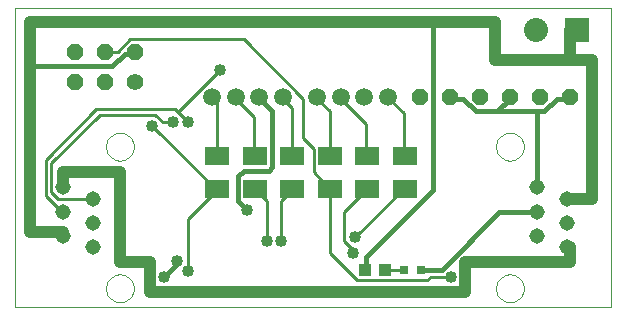
<source format=gtl>
G75*
G70*
%OFA0B0*%
%FSLAX24Y24*%
%IPPOS*%
%LPD*%
%AMOC8*
5,1,8,0,0,1.08239X$1,22.5*
%
%ADD10C,0.0000*%
%ADD11OC8,0.0520*%
%ADD12C,0.0560*%
%ADD13OC8,0.0560*%
%ADD14R,0.0800X0.0800*%
%ADD15C,0.0800*%
%ADD16C,0.0515*%
%ADD17C,0.0594*%
%ADD18R,0.0787X0.0630*%
%ADD19R,0.0433X0.0394*%
%ADD20R,0.0315X0.0315*%
%ADD21C,0.0160*%
%ADD22C,0.0400*%
%ADD23C,0.0100*%
%ADD24C,0.0400*%
D10*
X000344Y002903D02*
X000344Y012899D01*
X020214Y012899D01*
X020214Y002903D01*
X000344Y002903D01*
X003379Y003541D02*
X003381Y003584D01*
X003387Y003626D01*
X003397Y003668D01*
X003410Y003709D01*
X003428Y003748D01*
X003449Y003786D01*
X003473Y003821D01*
X003500Y003854D01*
X003531Y003885D01*
X003564Y003912D01*
X003599Y003936D01*
X003637Y003957D01*
X003676Y003975D01*
X003717Y003988D01*
X003759Y003998D01*
X003801Y004004D01*
X003844Y004006D01*
X003887Y004004D01*
X003929Y003998D01*
X003971Y003988D01*
X004012Y003975D01*
X004051Y003957D01*
X004089Y003936D01*
X004124Y003912D01*
X004157Y003885D01*
X004188Y003854D01*
X004215Y003821D01*
X004239Y003786D01*
X004260Y003748D01*
X004278Y003709D01*
X004291Y003668D01*
X004301Y003626D01*
X004307Y003584D01*
X004309Y003541D01*
X004307Y003498D01*
X004301Y003456D01*
X004291Y003414D01*
X004278Y003373D01*
X004260Y003334D01*
X004239Y003296D01*
X004215Y003261D01*
X004188Y003228D01*
X004157Y003197D01*
X004124Y003170D01*
X004089Y003146D01*
X004051Y003125D01*
X004012Y003107D01*
X003971Y003094D01*
X003929Y003084D01*
X003887Y003078D01*
X003844Y003076D01*
X003801Y003078D01*
X003759Y003084D01*
X003717Y003094D01*
X003676Y003107D01*
X003637Y003125D01*
X003599Y003146D01*
X003564Y003170D01*
X003531Y003197D01*
X003500Y003228D01*
X003473Y003261D01*
X003449Y003296D01*
X003428Y003334D01*
X003410Y003373D01*
X003397Y003414D01*
X003387Y003456D01*
X003381Y003498D01*
X003379Y003541D01*
X003379Y008265D02*
X003381Y008308D01*
X003387Y008350D01*
X003397Y008392D01*
X003410Y008433D01*
X003428Y008472D01*
X003449Y008510D01*
X003473Y008545D01*
X003500Y008578D01*
X003531Y008609D01*
X003564Y008636D01*
X003599Y008660D01*
X003637Y008681D01*
X003676Y008699D01*
X003717Y008712D01*
X003759Y008722D01*
X003801Y008728D01*
X003844Y008730D01*
X003887Y008728D01*
X003929Y008722D01*
X003971Y008712D01*
X004012Y008699D01*
X004051Y008681D01*
X004089Y008660D01*
X004124Y008636D01*
X004157Y008609D01*
X004188Y008578D01*
X004215Y008545D01*
X004239Y008510D01*
X004260Y008472D01*
X004278Y008433D01*
X004291Y008392D01*
X004301Y008350D01*
X004307Y008308D01*
X004309Y008265D01*
X004307Y008222D01*
X004301Y008180D01*
X004291Y008138D01*
X004278Y008097D01*
X004260Y008058D01*
X004239Y008020D01*
X004215Y007985D01*
X004188Y007952D01*
X004157Y007921D01*
X004124Y007894D01*
X004089Y007870D01*
X004051Y007849D01*
X004012Y007831D01*
X003971Y007818D01*
X003929Y007808D01*
X003887Y007802D01*
X003844Y007800D01*
X003801Y007802D01*
X003759Y007808D01*
X003717Y007818D01*
X003676Y007831D01*
X003637Y007849D01*
X003599Y007870D01*
X003564Y007894D01*
X003531Y007921D01*
X003500Y007952D01*
X003473Y007985D01*
X003449Y008020D01*
X003428Y008058D01*
X003410Y008097D01*
X003397Y008138D01*
X003387Y008180D01*
X003381Y008222D01*
X003379Y008265D01*
X016379Y008265D02*
X016381Y008308D01*
X016387Y008350D01*
X016397Y008392D01*
X016410Y008433D01*
X016428Y008472D01*
X016449Y008510D01*
X016473Y008545D01*
X016500Y008578D01*
X016531Y008609D01*
X016564Y008636D01*
X016599Y008660D01*
X016637Y008681D01*
X016676Y008699D01*
X016717Y008712D01*
X016759Y008722D01*
X016801Y008728D01*
X016844Y008730D01*
X016887Y008728D01*
X016929Y008722D01*
X016971Y008712D01*
X017012Y008699D01*
X017051Y008681D01*
X017089Y008660D01*
X017124Y008636D01*
X017157Y008609D01*
X017188Y008578D01*
X017215Y008545D01*
X017239Y008510D01*
X017260Y008472D01*
X017278Y008433D01*
X017291Y008392D01*
X017301Y008350D01*
X017307Y008308D01*
X017309Y008265D01*
X017307Y008222D01*
X017301Y008180D01*
X017291Y008138D01*
X017278Y008097D01*
X017260Y008058D01*
X017239Y008020D01*
X017215Y007985D01*
X017188Y007952D01*
X017157Y007921D01*
X017124Y007894D01*
X017089Y007870D01*
X017051Y007849D01*
X017012Y007831D01*
X016971Y007818D01*
X016929Y007808D01*
X016887Y007802D01*
X016844Y007800D01*
X016801Y007802D01*
X016759Y007808D01*
X016717Y007818D01*
X016676Y007831D01*
X016637Y007849D01*
X016599Y007870D01*
X016564Y007894D01*
X016531Y007921D01*
X016500Y007952D01*
X016473Y007985D01*
X016449Y008020D01*
X016428Y008058D01*
X016410Y008097D01*
X016397Y008138D01*
X016387Y008180D01*
X016381Y008222D01*
X016379Y008265D01*
X016379Y003541D02*
X016381Y003584D01*
X016387Y003626D01*
X016397Y003668D01*
X016410Y003709D01*
X016428Y003748D01*
X016449Y003786D01*
X016473Y003821D01*
X016500Y003854D01*
X016531Y003885D01*
X016564Y003912D01*
X016599Y003936D01*
X016637Y003957D01*
X016676Y003975D01*
X016717Y003988D01*
X016759Y003998D01*
X016801Y004004D01*
X016844Y004006D01*
X016887Y004004D01*
X016929Y003998D01*
X016971Y003988D01*
X017012Y003975D01*
X017051Y003957D01*
X017089Y003936D01*
X017124Y003912D01*
X017157Y003885D01*
X017188Y003854D01*
X017215Y003821D01*
X017239Y003786D01*
X017260Y003748D01*
X017278Y003709D01*
X017291Y003668D01*
X017301Y003626D01*
X017307Y003584D01*
X017309Y003541D01*
X017307Y003498D01*
X017301Y003456D01*
X017291Y003414D01*
X017278Y003373D01*
X017260Y003334D01*
X017239Y003296D01*
X017215Y003261D01*
X017188Y003228D01*
X017157Y003197D01*
X017124Y003170D01*
X017089Y003146D01*
X017051Y003125D01*
X017012Y003107D01*
X016971Y003094D01*
X016929Y003084D01*
X016887Y003078D01*
X016844Y003076D01*
X016801Y003078D01*
X016759Y003084D01*
X016717Y003094D01*
X016676Y003107D01*
X016637Y003125D01*
X016599Y003146D01*
X016564Y003170D01*
X016531Y003197D01*
X016500Y003228D01*
X016473Y003261D01*
X016449Y003296D01*
X016428Y003334D01*
X016410Y003373D01*
X016397Y003414D01*
X016387Y003456D01*
X016381Y003498D01*
X016379Y003541D01*
D11*
X016844Y009903D03*
X017844Y009903D03*
X018844Y009903D03*
X015844Y009903D03*
X014844Y009903D03*
X013844Y009903D03*
D12*
X004344Y010403D03*
D13*
X003344Y010403D03*
X002344Y010403D03*
X002344Y011403D03*
X003344Y011403D03*
X004344Y011403D03*
D14*
X019094Y012153D03*
D15*
X017716Y012153D03*
D16*
X017750Y006903D03*
X017750Y006100D03*
X018750Y005706D03*
X018750Y004903D03*
X017750Y005297D03*
X018750Y006509D03*
X002939Y006509D03*
X001939Y006903D03*
X001939Y006100D03*
X002939Y005706D03*
X002939Y004903D03*
X001939Y005297D03*
D17*
X006913Y009903D03*
X007700Y009903D03*
X008488Y009903D03*
X009275Y009903D03*
X010413Y009903D03*
X011200Y009903D03*
X011988Y009903D03*
X012775Y009903D03*
D18*
X013344Y007954D03*
X012094Y007954D03*
X010844Y007954D03*
X009594Y007954D03*
X008344Y007954D03*
X007094Y007954D03*
X007094Y006852D03*
X008344Y006852D03*
X009594Y006852D03*
X010844Y006852D03*
X012094Y006852D03*
X013344Y006852D03*
D19*
X012679Y004153D03*
X012009Y004153D03*
D20*
X013299Y004153D03*
X013889Y004153D03*
D21*
X013904Y004163D01*
X014564Y004163D01*
X016484Y006083D01*
X017744Y006083D01*
X017750Y006100D01*
X017750Y006903D02*
X017744Y006923D01*
X017744Y009443D01*
X017984Y009443D01*
X018404Y009863D01*
X018824Y009863D01*
X018844Y009903D01*
X017744Y009443D02*
X016424Y009443D01*
X016844Y009863D01*
X016844Y009903D01*
X016424Y009443D02*
X015704Y009443D01*
X015284Y009863D01*
X014864Y009863D01*
X014844Y009903D01*
X014264Y012403D02*
X014264Y006803D01*
X012044Y004583D01*
X012044Y004163D01*
X012009Y004153D01*
X008084Y006143D02*
X007784Y006443D01*
X007784Y007283D01*
X007964Y007463D01*
X008804Y007463D01*
X008924Y007583D01*
X008924Y009443D01*
X008504Y009863D01*
X008488Y009903D01*
X004344Y011403D02*
X004304Y011363D01*
X004004Y011363D01*
X003584Y010943D01*
X000844Y010943D01*
X005744Y004463D02*
X005744Y004343D01*
X005324Y003923D01*
D22*
X005324Y003923D03*
X005744Y004463D03*
X006104Y004103D03*
X008744Y005123D03*
X009224Y005123D03*
X008084Y006143D03*
X011624Y004703D03*
X011684Y005243D03*
X014864Y003923D03*
X006104Y009083D03*
X005624Y009083D03*
X004904Y008963D03*
X007184Y010823D03*
D23*
X005774Y009413D01*
X006104Y009083D01*
X005774Y009413D02*
X005684Y009503D01*
X003044Y009503D01*
X001364Y007823D01*
X001364Y006623D01*
X001904Y006083D01*
X001939Y006100D01*
X001784Y006503D02*
X002924Y006503D01*
X002939Y006509D01*
X001784Y006503D02*
X001544Y006743D01*
X001544Y007703D01*
X003164Y009323D01*
X005024Y009323D01*
X005264Y009083D01*
X005624Y009083D01*
X004904Y008963D02*
X007064Y006803D01*
X007094Y006852D01*
X007064Y006803D02*
X006104Y005843D01*
X006104Y004103D01*
X008744Y005123D02*
X008744Y006443D01*
X008384Y006803D01*
X008344Y006852D01*
X009224Y006443D02*
X009584Y006803D01*
X009594Y006852D01*
X009224Y006443D02*
X009224Y005123D01*
X010844Y004703D02*
X010844Y006852D01*
X010844Y006863D01*
X010304Y007403D01*
X010304Y008183D01*
X009944Y008543D01*
X009944Y009863D01*
X007964Y011843D01*
X004184Y011843D01*
X003764Y011423D01*
X003344Y011423D01*
X003344Y011403D01*
X006913Y009903D02*
X006944Y009863D01*
X007064Y009743D01*
X007064Y008003D01*
X007094Y007954D01*
X008324Y008003D02*
X008344Y007954D01*
X008324Y008003D02*
X008324Y009263D01*
X007724Y009863D01*
X007700Y009903D01*
X009275Y009903D02*
X009284Y009863D01*
X009584Y009563D01*
X009584Y008003D01*
X009594Y007954D01*
X010844Y007954D02*
X010844Y009443D01*
X010424Y009863D01*
X010413Y009903D01*
X011200Y009903D02*
X011204Y009863D01*
X012044Y009023D01*
X012044Y008003D01*
X012094Y007954D01*
X013304Y008003D02*
X013344Y007954D01*
X013304Y008003D02*
X013304Y009383D01*
X012824Y009863D01*
X012775Y009903D01*
X013304Y006863D02*
X013344Y006852D01*
X013304Y006863D02*
X011684Y005243D01*
X011324Y005123D02*
X011324Y006083D01*
X012044Y006803D01*
X012094Y006852D01*
X011324Y005123D02*
X011624Y004823D01*
X011624Y004703D01*
X010844Y004703D02*
X011744Y003803D01*
X014084Y003803D01*
X014204Y003923D01*
X014864Y003923D01*
X013299Y004153D02*
X013244Y004163D01*
X012704Y004163D01*
X012679Y004153D01*
D24*
X015344Y004403D02*
X015344Y003403D01*
X004844Y003403D01*
X004844Y004403D01*
X003844Y004403D01*
X003844Y007403D01*
X001939Y007403D01*
X001939Y006903D01*
X001939Y005403D02*
X000844Y005403D01*
X000844Y010943D01*
X000844Y012403D01*
X014264Y012403D01*
X016344Y012403D01*
X016344Y011153D01*
X018844Y011153D01*
X018844Y012153D01*
X019094Y012153D01*
X018844Y011153D02*
X019594Y011153D01*
X019594Y006509D01*
X018750Y006509D01*
X018750Y004903D02*
X018844Y004903D01*
X018844Y004403D01*
X015344Y004403D01*
X001939Y005297D02*
X001939Y005403D01*
M02*

</source>
